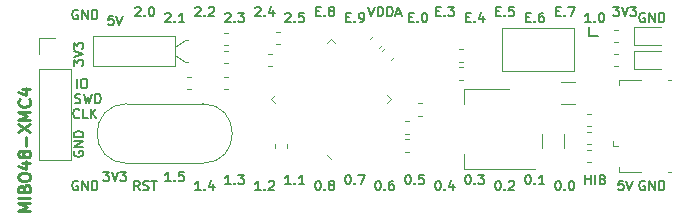
<source format=gto>
G04 #@! TF.GenerationSoftware,KiCad,Pcbnew,(5.0.2)-1*
G04 #@! TF.CreationDate,2019-03-28T08:34:28+01:00*
G04 #@! TF.ProjectId,mibo48_xmc4,6d69626f-3438-45f7-986d-63342e6b6963,rev?*
G04 #@! TF.SameCoordinates,PX7a53eb0PY5ad6650*
G04 #@! TF.FileFunction,Legend,Top*
G04 #@! TF.FilePolarity,Positive*
%FSLAX46Y46*%
G04 Gerber Fmt 4.6, Leading zero omitted, Abs format (unit mm)*
G04 Created by KiCad (PCBNEW (5.0.2)-1) date 2019-03-28 08:34:28*
%MOMM*%
%LPD*%
G01*
G04 APERTURE LIST*
%ADD10C,0.250000*%
%ADD11C,0.200000*%
%ADD12C,0.120000*%
G04 APERTURE END LIST*
D10*
X1722380Y-19668476D02*
X722380Y-19668476D01*
X1436666Y-19335142D01*
X722380Y-19001809D01*
X1722380Y-19001809D01*
X1722380Y-18525619D02*
X722380Y-18525619D01*
X1198571Y-17716095D02*
X1246190Y-17573238D01*
X1293809Y-17525619D01*
X1389047Y-17478000D01*
X1531904Y-17478000D01*
X1627142Y-17525619D01*
X1674761Y-17573238D01*
X1722380Y-17668476D01*
X1722380Y-18049428D01*
X722380Y-18049428D01*
X722380Y-17716095D01*
X770000Y-17620857D01*
X817619Y-17573238D01*
X912857Y-17525619D01*
X1008095Y-17525619D01*
X1103333Y-17573238D01*
X1150952Y-17620857D01*
X1198571Y-17716095D01*
X1198571Y-18049428D01*
X722380Y-16858952D02*
X722380Y-16668476D01*
X770000Y-16573238D01*
X865238Y-16478000D01*
X1055714Y-16430380D01*
X1389047Y-16430380D01*
X1579523Y-16478000D01*
X1674761Y-16573238D01*
X1722380Y-16668476D01*
X1722380Y-16858952D01*
X1674761Y-16954190D01*
X1579523Y-17049428D01*
X1389047Y-17097047D01*
X1055714Y-17097047D01*
X865238Y-17049428D01*
X770000Y-16954190D01*
X722380Y-16858952D01*
X1055714Y-15573238D02*
X1722380Y-15573238D01*
X674761Y-15811333D02*
X1389047Y-16049428D01*
X1389047Y-15430380D01*
X1150952Y-14906571D02*
X1103333Y-15001809D01*
X1055714Y-15049428D01*
X960476Y-15097047D01*
X912857Y-15097047D01*
X817619Y-15049428D01*
X770000Y-15001809D01*
X722380Y-14906571D01*
X722380Y-14716095D01*
X770000Y-14620857D01*
X817619Y-14573238D01*
X912857Y-14525619D01*
X960476Y-14525619D01*
X1055714Y-14573238D01*
X1103333Y-14620857D01*
X1150952Y-14716095D01*
X1150952Y-14906571D01*
X1198571Y-15001809D01*
X1246190Y-15049428D01*
X1341428Y-15097047D01*
X1531904Y-15097047D01*
X1627142Y-15049428D01*
X1674761Y-15001809D01*
X1722380Y-14906571D01*
X1722380Y-14716095D01*
X1674761Y-14620857D01*
X1627142Y-14573238D01*
X1531904Y-14525619D01*
X1341428Y-14525619D01*
X1246190Y-14573238D01*
X1198571Y-14620857D01*
X1150952Y-14716095D01*
X1341428Y-14097047D02*
X1341428Y-13335142D01*
X722380Y-12954190D02*
X1722380Y-12287523D01*
X722380Y-12287523D02*
X1722380Y-12954190D01*
X1722380Y-11906571D02*
X722380Y-11906571D01*
X1436666Y-11573238D01*
X722380Y-11239904D01*
X1722380Y-11239904D01*
X1627142Y-10192285D02*
X1674761Y-10239904D01*
X1722380Y-10382761D01*
X1722380Y-10478000D01*
X1674761Y-10620857D01*
X1579523Y-10716095D01*
X1484285Y-10763714D01*
X1293809Y-10811333D01*
X1150952Y-10811333D01*
X960476Y-10763714D01*
X865238Y-10716095D01*
X770000Y-10620857D01*
X722380Y-10478000D01*
X722380Y-10382761D01*
X770000Y-10239904D01*
X817619Y-10192285D01*
X1055714Y-9335142D02*
X1722380Y-9335142D01*
X674761Y-9573238D02*
X1389047Y-9811333D01*
X1389047Y-9192285D01*
D11*
X49022000Y-4826000D02*
X49784000Y-4826000D01*
X49022000Y-4064000D02*
X49022000Y-4826000D01*
X15710000Y-2432095D02*
X15748095Y-2394000D01*
X15824285Y-2355904D01*
X16014761Y-2355904D01*
X16090952Y-2394000D01*
X16129047Y-2432095D01*
X16167142Y-2508285D01*
X16167142Y-2584476D01*
X16129047Y-2698761D01*
X15671904Y-3155904D01*
X16167142Y-3155904D01*
X16510000Y-3079714D02*
X16548095Y-3117809D01*
X16510000Y-3155904D01*
X16471904Y-3117809D01*
X16510000Y-3079714D01*
X16510000Y-3155904D01*
X16852857Y-2432095D02*
X16890952Y-2394000D01*
X16967142Y-2355904D01*
X17157619Y-2355904D01*
X17233809Y-2394000D01*
X17271904Y-2432095D01*
X17310000Y-2508285D01*
X17310000Y-2584476D01*
X17271904Y-2698761D01*
X16814761Y-3155904D01*
X17310000Y-3155904D01*
X23330000Y-2940095D02*
X23368095Y-2902000D01*
X23444285Y-2863904D01*
X23634761Y-2863904D01*
X23710952Y-2902000D01*
X23749047Y-2940095D01*
X23787142Y-3016285D01*
X23787142Y-3092476D01*
X23749047Y-3206761D01*
X23291904Y-3663904D01*
X23787142Y-3663904D01*
X24130000Y-3587714D02*
X24168095Y-3625809D01*
X24130000Y-3663904D01*
X24091904Y-3625809D01*
X24130000Y-3587714D01*
X24130000Y-3663904D01*
X24891904Y-2863904D02*
X24510952Y-2863904D01*
X24472857Y-3244857D01*
X24510952Y-3206761D01*
X24587142Y-3168666D01*
X24777619Y-3168666D01*
X24853809Y-3206761D01*
X24891904Y-3244857D01*
X24930000Y-3321047D01*
X24930000Y-3511523D01*
X24891904Y-3587714D01*
X24853809Y-3625809D01*
X24777619Y-3663904D01*
X24587142Y-3663904D01*
X24510952Y-3625809D01*
X24472857Y-3587714D01*
X25927142Y-2736857D02*
X26193809Y-2736857D01*
X26308095Y-3155904D02*
X25927142Y-3155904D01*
X25927142Y-2355904D01*
X26308095Y-2355904D01*
X26650952Y-3079714D02*
X26689047Y-3117809D01*
X26650952Y-3155904D01*
X26612857Y-3117809D01*
X26650952Y-3079714D01*
X26650952Y-3155904D01*
X27146190Y-2698761D02*
X27070000Y-2660666D01*
X27031904Y-2622571D01*
X26993809Y-2546380D01*
X26993809Y-2508285D01*
X27031904Y-2432095D01*
X27070000Y-2394000D01*
X27146190Y-2355904D01*
X27298571Y-2355904D01*
X27374761Y-2394000D01*
X27412857Y-2432095D01*
X27450952Y-2508285D01*
X27450952Y-2546380D01*
X27412857Y-2622571D01*
X27374761Y-2660666D01*
X27298571Y-2698761D01*
X27146190Y-2698761D01*
X27070000Y-2736857D01*
X27031904Y-2774952D01*
X26993809Y-2851142D01*
X26993809Y-3003523D01*
X27031904Y-3079714D01*
X27070000Y-3117809D01*
X27146190Y-3155904D01*
X27298571Y-3155904D01*
X27374761Y-3117809D01*
X27412857Y-3079714D01*
X27450952Y-3003523D01*
X27450952Y-2851142D01*
X27412857Y-2774952D01*
X27374761Y-2736857D01*
X27298571Y-2698761D01*
X18250000Y-2940095D02*
X18288095Y-2902000D01*
X18364285Y-2863904D01*
X18554761Y-2863904D01*
X18630952Y-2902000D01*
X18669047Y-2940095D01*
X18707142Y-3016285D01*
X18707142Y-3092476D01*
X18669047Y-3206761D01*
X18211904Y-3663904D01*
X18707142Y-3663904D01*
X19050000Y-3587714D02*
X19088095Y-3625809D01*
X19050000Y-3663904D01*
X19011904Y-3625809D01*
X19050000Y-3587714D01*
X19050000Y-3663904D01*
X19354761Y-2863904D02*
X19850000Y-2863904D01*
X19583333Y-3168666D01*
X19697619Y-3168666D01*
X19773809Y-3206761D01*
X19811904Y-3244857D01*
X19850000Y-3321047D01*
X19850000Y-3511523D01*
X19811904Y-3587714D01*
X19773809Y-3625809D01*
X19697619Y-3663904D01*
X19469047Y-3663904D01*
X19392857Y-3625809D01*
X19354761Y-3587714D01*
X28467142Y-3244857D02*
X28733809Y-3244857D01*
X28848095Y-3663904D02*
X28467142Y-3663904D01*
X28467142Y-2863904D01*
X28848095Y-2863904D01*
X29190952Y-3587714D02*
X29229047Y-3625809D01*
X29190952Y-3663904D01*
X29152857Y-3625809D01*
X29190952Y-3587714D01*
X29190952Y-3663904D01*
X29610000Y-3663904D02*
X29762380Y-3663904D01*
X29838571Y-3625809D01*
X29876666Y-3587714D01*
X29952857Y-3473428D01*
X29990952Y-3321047D01*
X29990952Y-3016285D01*
X29952857Y-2940095D01*
X29914761Y-2902000D01*
X29838571Y-2863904D01*
X29686190Y-2863904D01*
X29610000Y-2902000D01*
X29571904Y-2940095D01*
X29533809Y-3016285D01*
X29533809Y-3206761D01*
X29571904Y-3282952D01*
X29610000Y-3321047D01*
X29686190Y-3359142D01*
X29838571Y-3359142D01*
X29914761Y-3321047D01*
X29952857Y-3282952D01*
X29990952Y-3206761D01*
X20790000Y-2432095D02*
X20828095Y-2394000D01*
X20904285Y-2355904D01*
X21094761Y-2355904D01*
X21170952Y-2394000D01*
X21209047Y-2432095D01*
X21247142Y-2508285D01*
X21247142Y-2584476D01*
X21209047Y-2698761D01*
X20751904Y-3155904D01*
X21247142Y-3155904D01*
X21590000Y-3079714D02*
X21628095Y-3117809D01*
X21590000Y-3155904D01*
X21551904Y-3117809D01*
X21590000Y-3079714D01*
X21590000Y-3155904D01*
X22313809Y-2622571D02*
X22313809Y-3155904D01*
X22123333Y-2317809D02*
X21932857Y-2889238D01*
X22428095Y-2889238D01*
X13170000Y-2940095D02*
X13208095Y-2902000D01*
X13284285Y-2863904D01*
X13474761Y-2863904D01*
X13550952Y-2902000D01*
X13589047Y-2940095D01*
X13627142Y-3016285D01*
X13627142Y-3092476D01*
X13589047Y-3206761D01*
X13131904Y-3663904D01*
X13627142Y-3663904D01*
X13970000Y-3587714D02*
X14008095Y-3625809D01*
X13970000Y-3663904D01*
X13931904Y-3625809D01*
X13970000Y-3587714D01*
X13970000Y-3663904D01*
X14770000Y-3663904D02*
X14312857Y-3663904D01*
X14541428Y-3663904D02*
X14541428Y-2863904D01*
X14465238Y-2978190D01*
X14389047Y-3054380D01*
X14312857Y-3092476D01*
X10630000Y-2432095D02*
X10668095Y-2394000D01*
X10744285Y-2355904D01*
X10934761Y-2355904D01*
X11010952Y-2394000D01*
X11049047Y-2432095D01*
X11087142Y-2508285D01*
X11087142Y-2584476D01*
X11049047Y-2698761D01*
X10591904Y-3155904D01*
X11087142Y-3155904D01*
X11430000Y-3079714D02*
X11468095Y-3117809D01*
X11430000Y-3155904D01*
X11391904Y-3117809D01*
X11430000Y-3079714D01*
X11430000Y-3155904D01*
X11963333Y-2355904D02*
X12039523Y-2355904D01*
X12115714Y-2394000D01*
X12153809Y-2432095D01*
X12191904Y-2508285D01*
X12230000Y-2660666D01*
X12230000Y-2851142D01*
X12191904Y-3003523D01*
X12153809Y-3079714D01*
X12115714Y-3117809D01*
X12039523Y-3155904D01*
X11963333Y-3155904D01*
X11887142Y-3117809D01*
X11849047Y-3079714D01*
X11810952Y-3003523D01*
X11772857Y-2851142D01*
X11772857Y-2660666D01*
X11810952Y-2508285D01*
X11849047Y-2432095D01*
X11887142Y-2394000D01*
X11963333Y-2355904D01*
X46247142Y-2736857D02*
X46513809Y-2736857D01*
X46628095Y-3155904D02*
X46247142Y-3155904D01*
X46247142Y-2355904D01*
X46628095Y-2355904D01*
X46970952Y-3079714D02*
X47009047Y-3117809D01*
X46970952Y-3155904D01*
X46932857Y-3117809D01*
X46970952Y-3079714D01*
X46970952Y-3155904D01*
X47275714Y-2355904D02*
X47809047Y-2355904D01*
X47466190Y-3155904D01*
X49187142Y-3663904D02*
X48730000Y-3663904D01*
X48958571Y-3663904D02*
X48958571Y-2863904D01*
X48882380Y-2978190D01*
X48806190Y-3054380D01*
X48730000Y-3092476D01*
X49530000Y-3587714D02*
X49568095Y-3625809D01*
X49530000Y-3663904D01*
X49491904Y-3625809D01*
X49530000Y-3587714D01*
X49530000Y-3663904D01*
X50063333Y-2863904D02*
X50139523Y-2863904D01*
X50215714Y-2902000D01*
X50253809Y-2940095D01*
X50291904Y-3016285D01*
X50330000Y-3168666D01*
X50330000Y-3359142D01*
X50291904Y-3511523D01*
X50253809Y-3587714D01*
X50215714Y-3625809D01*
X50139523Y-3663904D01*
X50063333Y-3663904D01*
X49987142Y-3625809D01*
X49949047Y-3587714D01*
X49910952Y-3511523D01*
X49872857Y-3359142D01*
X49872857Y-3168666D01*
X49910952Y-3016285D01*
X49949047Y-2940095D01*
X49987142Y-2902000D01*
X50063333Y-2863904D01*
X38627142Y-3244857D02*
X38893809Y-3244857D01*
X39008095Y-3663904D02*
X38627142Y-3663904D01*
X38627142Y-2863904D01*
X39008095Y-2863904D01*
X39350952Y-3587714D02*
X39389047Y-3625809D01*
X39350952Y-3663904D01*
X39312857Y-3625809D01*
X39350952Y-3587714D01*
X39350952Y-3663904D01*
X40074761Y-3130571D02*
X40074761Y-3663904D01*
X39884285Y-2825809D02*
X39693809Y-3397238D01*
X40189047Y-3397238D01*
X43707142Y-3244857D02*
X43973809Y-3244857D01*
X44088095Y-3663904D02*
X43707142Y-3663904D01*
X43707142Y-2863904D01*
X44088095Y-2863904D01*
X44430952Y-3587714D02*
X44469047Y-3625809D01*
X44430952Y-3663904D01*
X44392857Y-3625809D01*
X44430952Y-3587714D01*
X44430952Y-3663904D01*
X45154761Y-2863904D02*
X45002380Y-2863904D01*
X44926190Y-2902000D01*
X44888095Y-2940095D01*
X44811904Y-3054380D01*
X44773809Y-3206761D01*
X44773809Y-3511523D01*
X44811904Y-3587714D01*
X44850000Y-3625809D01*
X44926190Y-3663904D01*
X45078571Y-3663904D01*
X45154761Y-3625809D01*
X45192857Y-3587714D01*
X45230952Y-3511523D01*
X45230952Y-3321047D01*
X45192857Y-3244857D01*
X45154761Y-3206761D01*
X45078571Y-3168666D01*
X44926190Y-3168666D01*
X44850000Y-3206761D01*
X44811904Y-3244857D01*
X44773809Y-3321047D01*
X41167142Y-2736857D02*
X41433809Y-2736857D01*
X41548095Y-3155904D02*
X41167142Y-3155904D01*
X41167142Y-2355904D01*
X41548095Y-2355904D01*
X41890952Y-3079714D02*
X41929047Y-3117809D01*
X41890952Y-3155904D01*
X41852857Y-3117809D01*
X41890952Y-3079714D01*
X41890952Y-3155904D01*
X42652857Y-2355904D02*
X42271904Y-2355904D01*
X42233809Y-2736857D01*
X42271904Y-2698761D01*
X42348095Y-2660666D01*
X42538571Y-2660666D01*
X42614761Y-2698761D01*
X42652857Y-2736857D01*
X42690952Y-2813047D01*
X42690952Y-3003523D01*
X42652857Y-3079714D01*
X42614761Y-3117809D01*
X42538571Y-3155904D01*
X42348095Y-3155904D01*
X42271904Y-3117809D01*
X42233809Y-3079714D01*
X36087142Y-2736857D02*
X36353809Y-2736857D01*
X36468095Y-3155904D02*
X36087142Y-3155904D01*
X36087142Y-2355904D01*
X36468095Y-2355904D01*
X36810952Y-3079714D02*
X36849047Y-3117809D01*
X36810952Y-3155904D01*
X36772857Y-3117809D01*
X36810952Y-3079714D01*
X36810952Y-3155904D01*
X37115714Y-2355904D02*
X37610952Y-2355904D01*
X37344285Y-2660666D01*
X37458571Y-2660666D01*
X37534761Y-2698761D01*
X37572857Y-2736857D01*
X37610952Y-2813047D01*
X37610952Y-3003523D01*
X37572857Y-3079714D01*
X37534761Y-3117809D01*
X37458571Y-3155904D01*
X37230000Y-3155904D01*
X37153809Y-3117809D01*
X37115714Y-3079714D01*
X30340476Y-2355904D02*
X30607142Y-3155904D01*
X30873809Y-2355904D01*
X31140476Y-3155904D02*
X31140476Y-2355904D01*
X31330952Y-2355904D01*
X31445238Y-2394000D01*
X31521428Y-2470190D01*
X31559523Y-2546380D01*
X31597619Y-2698761D01*
X31597619Y-2813047D01*
X31559523Y-2965428D01*
X31521428Y-3041619D01*
X31445238Y-3117809D01*
X31330952Y-3155904D01*
X31140476Y-3155904D01*
X31940476Y-3155904D02*
X31940476Y-2355904D01*
X32130952Y-2355904D01*
X32245238Y-2394000D01*
X32321428Y-2470190D01*
X32359523Y-2546380D01*
X32397619Y-2698761D01*
X32397619Y-2813047D01*
X32359523Y-2965428D01*
X32321428Y-3041619D01*
X32245238Y-3117809D01*
X32130952Y-3155904D01*
X31940476Y-3155904D01*
X32702380Y-2927333D02*
X33083333Y-2927333D01*
X32626190Y-3155904D02*
X32892857Y-2355904D01*
X33159523Y-3155904D01*
X33801142Y-3244857D02*
X34067809Y-3244857D01*
X34182095Y-3663904D02*
X33801142Y-3663904D01*
X33801142Y-2863904D01*
X34182095Y-2863904D01*
X34524952Y-3587714D02*
X34563047Y-3625809D01*
X34524952Y-3663904D01*
X34486857Y-3625809D01*
X34524952Y-3587714D01*
X34524952Y-3663904D01*
X35058285Y-2863904D02*
X35134476Y-2863904D01*
X35210666Y-2902000D01*
X35248761Y-2940095D01*
X35286857Y-3016285D01*
X35324952Y-3168666D01*
X35324952Y-3359142D01*
X35286857Y-3511523D01*
X35248761Y-3587714D01*
X35210666Y-3625809D01*
X35134476Y-3663904D01*
X35058285Y-3663904D01*
X34982095Y-3625809D01*
X34944000Y-3587714D01*
X34905904Y-3511523D01*
X34867809Y-3359142D01*
X34867809Y-3168666D01*
X34905904Y-3016285D01*
X34944000Y-2940095D01*
X34982095Y-2902000D01*
X35058285Y-2863904D01*
X48710952Y-17379904D02*
X48710952Y-16579904D01*
X48710952Y-16960857D02*
X49168095Y-16960857D01*
X49168095Y-17379904D02*
X49168095Y-16579904D01*
X49549047Y-17379904D02*
X49549047Y-16579904D01*
X50196666Y-16960857D02*
X50310952Y-16998952D01*
X50349047Y-17037047D01*
X50387142Y-17113238D01*
X50387142Y-17227523D01*
X50349047Y-17303714D01*
X50310952Y-17341809D01*
X50234761Y-17379904D01*
X49930000Y-17379904D01*
X49930000Y-16579904D01*
X50196666Y-16579904D01*
X50272857Y-16618000D01*
X50310952Y-16656095D01*
X50349047Y-16732285D01*
X50349047Y-16808476D01*
X50310952Y-16884666D01*
X50272857Y-16922761D01*
X50196666Y-16960857D01*
X49930000Y-16960857D01*
X46380476Y-17087904D02*
X46456666Y-17087904D01*
X46532857Y-17126000D01*
X46570952Y-17164095D01*
X46609047Y-17240285D01*
X46647142Y-17392666D01*
X46647142Y-17583142D01*
X46609047Y-17735523D01*
X46570952Y-17811714D01*
X46532857Y-17849809D01*
X46456666Y-17887904D01*
X46380476Y-17887904D01*
X46304285Y-17849809D01*
X46266190Y-17811714D01*
X46228095Y-17735523D01*
X46190000Y-17583142D01*
X46190000Y-17392666D01*
X46228095Y-17240285D01*
X46266190Y-17164095D01*
X46304285Y-17126000D01*
X46380476Y-17087904D01*
X46990000Y-17811714D02*
X47028095Y-17849809D01*
X46990000Y-17887904D01*
X46951904Y-17849809D01*
X46990000Y-17811714D01*
X46990000Y-17887904D01*
X47523333Y-17087904D02*
X47599523Y-17087904D01*
X47675714Y-17126000D01*
X47713809Y-17164095D01*
X47751904Y-17240285D01*
X47790000Y-17392666D01*
X47790000Y-17583142D01*
X47751904Y-17735523D01*
X47713809Y-17811714D01*
X47675714Y-17849809D01*
X47599523Y-17887904D01*
X47523333Y-17887904D01*
X47447142Y-17849809D01*
X47409047Y-17811714D01*
X47370952Y-17735523D01*
X47332857Y-17583142D01*
X47332857Y-17392666D01*
X47370952Y-17240285D01*
X47409047Y-17164095D01*
X47447142Y-17126000D01*
X47523333Y-17087904D01*
X43840476Y-16579904D02*
X43916666Y-16579904D01*
X43992857Y-16618000D01*
X44030952Y-16656095D01*
X44069047Y-16732285D01*
X44107142Y-16884666D01*
X44107142Y-17075142D01*
X44069047Y-17227523D01*
X44030952Y-17303714D01*
X43992857Y-17341809D01*
X43916666Y-17379904D01*
X43840476Y-17379904D01*
X43764285Y-17341809D01*
X43726190Y-17303714D01*
X43688095Y-17227523D01*
X43650000Y-17075142D01*
X43650000Y-16884666D01*
X43688095Y-16732285D01*
X43726190Y-16656095D01*
X43764285Y-16618000D01*
X43840476Y-16579904D01*
X44450000Y-17303714D02*
X44488095Y-17341809D01*
X44450000Y-17379904D01*
X44411904Y-17341809D01*
X44450000Y-17303714D01*
X44450000Y-17379904D01*
X45250000Y-17379904D02*
X44792857Y-17379904D01*
X45021428Y-17379904D02*
X45021428Y-16579904D01*
X44945238Y-16694190D01*
X44869047Y-16770380D01*
X44792857Y-16808476D01*
X41300476Y-17087904D02*
X41376666Y-17087904D01*
X41452857Y-17126000D01*
X41490952Y-17164095D01*
X41529047Y-17240285D01*
X41567142Y-17392666D01*
X41567142Y-17583142D01*
X41529047Y-17735523D01*
X41490952Y-17811714D01*
X41452857Y-17849809D01*
X41376666Y-17887904D01*
X41300476Y-17887904D01*
X41224285Y-17849809D01*
X41186190Y-17811714D01*
X41148095Y-17735523D01*
X41110000Y-17583142D01*
X41110000Y-17392666D01*
X41148095Y-17240285D01*
X41186190Y-17164095D01*
X41224285Y-17126000D01*
X41300476Y-17087904D01*
X41910000Y-17811714D02*
X41948095Y-17849809D01*
X41910000Y-17887904D01*
X41871904Y-17849809D01*
X41910000Y-17811714D01*
X41910000Y-17887904D01*
X42252857Y-17164095D02*
X42290952Y-17126000D01*
X42367142Y-17087904D01*
X42557619Y-17087904D01*
X42633809Y-17126000D01*
X42671904Y-17164095D01*
X42710000Y-17240285D01*
X42710000Y-17316476D01*
X42671904Y-17430761D01*
X42214761Y-17887904D01*
X42710000Y-17887904D01*
X38760476Y-16579904D02*
X38836666Y-16579904D01*
X38912857Y-16618000D01*
X38950952Y-16656095D01*
X38989047Y-16732285D01*
X39027142Y-16884666D01*
X39027142Y-17075142D01*
X38989047Y-17227523D01*
X38950952Y-17303714D01*
X38912857Y-17341809D01*
X38836666Y-17379904D01*
X38760476Y-17379904D01*
X38684285Y-17341809D01*
X38646190Y-17303714D01*
X38608095Y-17227523D01*
X38570000Y-17075142D01*
X38570000Y-16884666D01*
X38608095Y-16732285D01*
X38646190Y-16656095D01*
X38684285Y-16618000D01*
X38760476Y-16579904D01*
X39370000Y-17303714D02*
X39408095Y-17341809D01*
X39370000Y-17379904D01*
X39331904Y-17341809D01*
X39370000Y-17303714D01*
X39370000Y-17379904D01*
X39674761Y-16579904D02*
X40170000Y-16579904D01*
X39903333Y-16884666D01*
X40017619Y-16884666D01*
X40093809Y-16922761D01*
X40131904Y-16960857D01*
X40170000Y-17037047D01*
X40170000Y-17227523D01*
X40131904Y-17303714D01*
X40093809Y-17341809D01*
X40017619Y-17379904D01*
X39789047Y-17379904D01*
X39712857Y-17341809D01*
X39674761Y-17303714D01*
X33680476Y-16579904D02*
X33756666Y-16579904D01*
X33832857Y-16618000D01*
X33870952Y-16656095D01*
X33909047Y-16732285D01*
X33947142Y-16884666D01*
X33947142Y-17075142D01*
X33909047Y-17227523D01*
X33870952Y-17303714D01*
X33832857Y-17341809D01*
X33756666Y-17379904D01*
X33680476Y-17379904D01*
X33604285Y-17341809D01*
X33566190Y-17303714D01*
X33528095Y-17227523D01*
X33490000Y-17075142D01*
X33490000Y-16884666D01*
X33528095Y-16732285D01*
X33566190Y-16656095D01*
X33604285Y-16618000D01*
X33680476Y-16579904D01*
X34290000Y-17303714D02*
X34328095Y-17341809D01*
X34290000Y-17379904D01*
X34251904Y-17341809D01*
X34290000Y-17303714D01*
X34290000Y-17379904D01*
X35051904Y-16579904D02*
X34670952Y-16579904D01*
X34632857Y-16960857D01*
X34670952Y-16922761D01*
X34747142Y-16884666D01*
X34937619Y-16884666D01*
X35013809Y-16922761D01*
X35051904Y-16960857D01*
X35090000Y-17037047D01*
X35090000Y-17227523D01*
X35051904Y-17303714D01*
X35013809Y-17341809D01*
X34937619Y-17379904D01*
X34747142Y-17379904D01*
X34670952Y-17341809D01*
X34632857Y-17303714D01*
X36220476Y-17087904D02*
X36296666Y-17087904D01*
X36372857Y-17126000D01*
X36410952Y-17164095D01*
X36449047Y-17240285D01*
X36487142Y-17392666D01*
X36487142Y-17583142D01*
X36449047Y-17735523D01*
X36410952Y-17811714D01*
X36372857Y-17849809D01*
X36296666Y-17887904D01*
X36220476Y-17887904D01*
X36144285Y-17849809D01*
X36106190Y-17811714D01*
X36068095Y-17735523D01*
X36030000Y-17583142D01*
X36030000Y-17392666D01*
X36068095Y-17240285D01*
X36106190Y-17164095D01*
X36144285Y-17126000D01*
X36220476Y-17087904D01*
X36830000Y-17811714D02*
X36868095Y-17849809D01*
X36830000Y-17887904D01*
X36791904Y-17849809D01*
X36830000Y-17811714D01*
X36830000Y-17887904D01*
X37553809Y-17354571D02*
X37553809Y-17887904D01*
X37363333Y-17049809D02*
X37172857Y-17621238D01*
X37668095Y-17621238D01*
X26060476Y-17087904D02*
X26136666Y-17087904D01*
X26212857Y-17126000D01*
X26250952Y-17164095D01*
X26289047Y-17240285D01*
X26327142Y-17392666D01*
X26327142Y-17583142D01*
X26289047Y-17735523D01*
X26250952Y-17811714D01*
X26212857Y-17849809D01*
X26136666Y-17887904D01*
X26060476Y-17887904D01*
X25984285Y-17849809D01*
X25946190Y-17811714D01*
X25908095Y-17735523D01*
X25870000Y-17583142D01*
X25870000Y-17392666D01*
X25908095Y-17240285D01*
X25946190Y-17164095D01*
X25984285Y-17126000D01*
X26060476Y-17087904D01*
X26670000Y-17811714D02*
X26708095Y-17849809D01*
X26670000Y-17887904D01*
X26631904Y-17849809D01*
X26670000Y-17811714D01*
X26670000Y-17887904D01*
X27165238Y-17430761D02*
X27089047Y-17392666D01*
X27050952Y-17354571D01*
X27012857Y-17278380D01*
X27012857Y-17240285D01*
X27050952Y-17164095D01*
X27089047Y-17126000D01*
X27165238Y-17087904D01*
X27317619Y-17087904D01*
X27393809Y-17126000D01*
X27431904Y-17164095D01*
X27470000Y-17240285D01*
X27470000Y-17278380D01*
X27431904Y-17354571D01*
X27393809Y-17392666D01*
X27317619Y-17430761D01*
X27165238Y-17430761D01*
X27089047Y-17468857D01*
X27050952Y-17506952D01*
X27012857Y-17583142D01*
X27012857Y-17735523D01*
X27050952Y-17811714D01*
X27089047Y-17849809D01*
X27165238Y-17887904D01*
X27317619Y-17887904D01*
X27393809Y-17849809D01*
X27431904Y-17811714D01*
X27470000Y-17735523D01*
X27470000Y-17583142D01*
X27431904Y-17506952D01*
X27393809Y-17468857D01*
X27317619Y-17430761D01*
X31140476Y-17087904D02*
X31216666Y-17087904D01*
X31292857Y-17126000D01*
X31330952Y-17164095D01*
X31369047Y-17240285D01*
X31407142Y-17392666D01*
X31407142Y-17583142D01*
X31369047Y-17735523D01*
X31330952Y-17811714D01*
X31292857Y-17849809D01*
X31216666Y-17887904D01*
X31140476Y-17887904D01*
X31064285Y-17849809D01*
X31026190Y-17811714D01*
X30988095Y-17735523D01*
X30950000Y-17583142D01*
X30950000Y-17392666D01*
X30988095Y-17240285D01*
X31026190Y-17164095D01*
X31064285Y-17126000D01*
X31140476Y-17087904D01*
X31750000Y-17811714D02*
X31788095Y-17849809D01*
X31750000Y-17887904D01*
X31711904Y-17849809D01*
X31750000Y-17811714D01*
X31750000Y-17887904D01*
X32473809Y-17087904D02*
X32321428Y-17087904D01*
X32245238Y-17126000D01*
X32207142Y-17164095D01*
X32130952Y-17278380D01*
X32092857Y-17430761D01*
X32092857Y-17735523D01*
X32130952Y-17811714D01*
X32169047Y-17849809D01*
X32245238Y-17887904D01*
X32397619Y-17887904D01*
X32473809Y-17849809D01*
X32511904Y-17811714D01*
X32550000Y-17735523D01*
X32550000Y-17545047D01*
X32511904Y-17468857D01*
X32473809Y-17430761D01*
X32397619Y-17392666D01*
X32245238Y-17392666D01*
X32169047Y-17430761D01*
X32130952Y-17468857D01*
X32092857Y-17545047D01*
X28600476Y-16579904D02*
X28676666Y-16579904D01*
X28752857Y-16618000D01*
X28790952Y-16656095D01*
X28829047Y-16732285D01*
X28867142Y-16884666D01*
X28867142Y-17075142D01*
X28829047Y-17227523D01*
X28790952Y-17303714D01*
X28752857Y-17341809D01*
X28676666Y-17379904D01*
X28600476Y-17379904D01*
X28524285Y-17341809D01*
X28486190Y-17303714D01*
X28448095Y-17227523D01*
X28410000Y-17075142D01*
X28410000Y-16884666D01*
X28448095Y-16732285D01*
X28486190Y-16656095D01*
X28524285Y-16618000D01*
X28600476Y-16579904D01*
X29210000Y-17303714D02*
X29248095Y-17341809D01*
X29210000Y-17379904D01*
X29171904Y-17341809D01*
X29210000Y-17303714D01*
X29210000Y-17379904D01*
X29514761Y-16579904D02*
X30048095Y-16579904D01*
X29705238Y-17379904D01*
X18707142Y-17379904D02*
X18250000Y-17379904D01*
X18478571Y-17379904D02*
X18478571Y-16579904D01*
X18402380Y-16694190D01*
X18326190Y-16770380D01*
X18250000Y-16808476D01*
X19050000Y-17303714D02*
X19088095Y-17341809D01*
X19050000Y-17379904D01*
X19011904Y-17341809D01*
X19050000Y-17303714D01*
X19050000Y-17379904D01*
X19354761Y-16579904D02*
X19850000Y-16579904D01*
X19583333Y-16884666D01*
X19697619Y-16884666D01*
X19773809Y-16922761D01*
X19811904Y-16960857D01*
X19850000Y-17037047D01*
X19850000Y-17227523D01*
X19811904Y-17303714D01*
X19773809Y-17341809D01*
X19697619Y-17379904D01*
X19469047Y-17379904D01*
X19392857Y-17341809D01*
X19354761Y-17303714D01*
X23787142Y-17379904D02*
X23330000Y-17379904D01*
X23558571Y-17379904D02*
X23558571Y-16579904D01*
X23482380Y-16694190D01*
X23406190Y-16770380D01*
X23330000Y-16808476D01*
X24130000Y-17303714D02*
X24168095Y-17341809D01*
X24130000Y-17379904D01*
X24091904Y-17341809D01*
X24130000Y-17303714D01*
X24130000Y-17379904D01*
X24930000Y-17379904D02*
X24472857Y-17379904D01*
X24701428Y-17379904D02*
X24701428Y-16579904D01*
X24625238Y-16694190D01*
X24549047Y-16770380D01*
X24472857Y-16808476D01*
X21247142Y-17887904D02*
X20790000Y-17887904D01*
X21018571Y-17887904D02*
X21018571Y-17087904D01*
X20942380Y-17202190D01*
X20866190Y-17278380D01*
X20790000Y-17316476D01*
X21590000Y-17811714D02*
X21628095Y-17849809D01*
X21590000Y-17887904D01*
X21551904Y-17849809D01*
X21590000Y-17811714D01*
X21590000Y-17887904D01*
X21932857Y-17164095D02*
X21970952Y-17126000D01*
X22047142Y-17087904D01*
X22237619Y-17087904D01*
X22313809Y-17126000D01*
X22351904Y-17164095D01*
X22390000Y-17240285D01*
X22390000Y-17316476D01*
X22351904Y-17430761D01*
X21894761Y-17887904D01*
X22390000Y-17887904D01*
X16167142Y-17887904D02*
X15710000Y-17887904D01*
X15938571Y-17887904D02*
X15938571Y-17087904D01*
X15862380Y-17202190D01*
X15786190Y-17278380D01*
X15710000Y-17316476D01*
X16510000Y-17811714D02*
X16548095Y-17849809D01*
X16510000Y-17887904D01*
X16471904Y-17849809D01*
X16510000Y-17811714D01*
X16510000Y-17887904D01*
X17233809Y-17354571D02*
X17233809Y-17887904D01*
X17043333Y-17049809D02*
X16852857Y-17621238D01*
X17348095Y-17621238D01*
X13627142Y-17125904D02*
X13170000Y-17125904D01*
X13398571Y-17125904D02*
X13398571Y-16325904D01*
X13322380Y-16440190D01*
X13246190Y-16516380D01*
X13170000Y-16554476D01*
X13970000Y-17049714D02*
X14008095Y-17087809D01*
X13970000Y-17125904D01*
X13931904Y-17087809D01*
X13970000Y-17049714D01*
X13970000Y-17125904D01*
X14731904Y-16325904D02*
X14350952Y-16325904D01*
X14312857Y-16706857D01*
X14350952Y-16668761D01*
X14427142Y-16630666D01*
X14617619Y-16630666D01*
X14693809Y-16668761D01*
X14731904Y-16706857D01*
X14770000Y-16783047D01*
X14770000Y-16973523D01*
X14731904Y-17049714D01*
X14693809Y-17087809D01*
X14617619Y-17125904D01*
X14427142Y-17125904D01*
X14350952Y-17087809D01*
X14312857Y-17049714D01*
X10991904Y-17887904D02*
X10725238Y-17506952D01*
X10534761Y-17887904D02*
X10534761Y-17087904D01*
X10839523Y-17087904D01*
X10915714Y-17126000D01*
X10953809Y-17164095D01*
X10991904Y-17240285D01*
X10991904Y-17354571D01*
X10953809Y-17430761D01*
X10915714Y-17468857D01*
X10839523Y-17506952D01*
X10534761Y-17506952D01*
X11296666Y-17849809D02*
X11410952Y-17887904D01*
X11601428Y-17887904D01*
X11677619Y-17849809D01*
X11715714Y-17811714D01*
X11753809Y-17735523D01*
X11753809Y-17659333D01*
X11715714Y-17583142D01*
X11677619Y-17545047D01*
X11601428Y-17506952D01*
X11449047Y-17468857D01*
X11372857Y-17430761D01*
X11334761Y-17392666D01*
X11296666Y-17316476D01*
X11296666Y-17240285D01*
X11334761Y-17164095D01*
X11372857Y-17126000D01*
X11449047Y-17087904D01*
X11639523Y-17087904D01*
X11753809Y-17126000D01*
X11982380Y-17087904D02*
X12439523Y-17087904D01*
X12210952Y-17887904D02*
X12210952Y-17087904D01*
X5518285Y-10483809D02*
X5632571Y-10521904D01*
X5823047Y-10521904D01*
X5899238Y-10483809D01*
X5937333Y-10445714D01*
X5975428Y-10369523D01*
X5975428Y-10293333D01*
X5937333Y-10217142D01*
X5899238Y-10179047D01*
X5823047Y-10140952D01*
X5670666Y-10102857D01*
X5594476Y-10064761D01*
X5556380Y-10026666D01*
X5518285Y-9950476D01*
X5518285Y-9874285D01*
X5556380Y-9798095D01*
X5594476Y-9760000D01*
X5670666Y-9721904D01*
X5861142Y-9721904D01*
X5975428Y-9760000D01*
X6242095Y-9721904D02*
X6432571Y-10521904D01*
X6584952Y-9950476D01*
X6737333Y-10521904D01*
X6927809Y-9721904D01*
X7232571Y-10521904D02*
X7232571Y-9721904D01*
X7423047Y-9721904D01*
X7537333Y-9760000D01*
X7613523Y-9836190D01*
X7651619Y-9912380D01*
X7689714Y-10064761D01*
X7689714Y-10179047D01*
X7651619Y-10331428D01*
X7613523Y-10407619D01*
X7537333Y-10483809D01*
X7423047Y-10521904D01*
X7232571Y-10521904D01*
X5676952Y-9251904D02*
X5676952Y-8451904D01*
X6210285Y-8451904D02*
X6362666Y-8451904D01*
X6438857Y-8490000D01*
X6515047Y-8566190D01*
X6553142Y-8718571D01*
X6553142Y-8985238D01*
X6515047Y-9137619D01*
X6438857Y-9213809D01*
X6362666Y-9251904D01*
X6210285Y-9251904D01*
X6134095Y-9213809D01*
X6057904Y-9137619D01*
X6019809Y-8985238D01*
X6019809Y-8718571D01*
X6057904Y-8566190D01*
X6134095Y-8490000D01*
X6210285Y-8451904D01*
X5873809Y-11715714D02*
X5835714Y-11753809D01*
X5721428Y-11791904D01*
X5645238Y-11791904D01*
X5530952Y-11753809D01*
X5454761Y-11677619D01*
X5416666Y-11601428D01*
X5378571Y-11449047D01*
X5378571Y-11334761D01*
X5416666Y-11182380D01*
X5454761Y-11106190D01*
X5530952Y-11030000D01*
X5645238Y-10991904D01*
X5721428Y-10991904D01*
X5835714Y-11030000D01*
X5873809Y-11068095D01*
X6597619Y-11791904D02*
X6216666Y-11791904D01*
X6216666Y-10991904D01*
X6864285Y-11791904D02*
X6864285Y-10991904D01*
X7321428Y-11791904D02*
X6978571Y-11334761D01*
X7321428Y-10991904D02*
X6864285Y-11449047D01*
X5442000Y-14579523D02*
X5403904Y-14655714D01*
X5403904Y-14770000D01*
X5442000Y-14884285D01*
X5518190Y-14960476D01*
X5594380Y-14998571D01*
X5746761Y-15036666D01*
X5861047Y-15036666D01*
X6013428Y-14998571D01*
X6089619Y-14960476D01*
X6165809Y-14884285D01*
X6203904Y-14770000D01*
X6203904Y-14693809D01*
X6165809Y-14579523D01*
X6127714Y-14541428D01*
X5861047Y-14541428D01*
X5861047Y-14693809D01*
X6203904Y-14198571D02*
X5403904Y-14198571D01*
X6203904Y-13741428D01*
X5403904Y-13741428D01*
X6203904Y-13360476D02*
X5403904Y-13360476D01*
X5403904Y-13170000D01*
X5442000Y-13055714D01*
X5518190Y-12979523D01*
X5594380Y-12941428D01*
X5746761Y-12903333D01*
X5861047Y-12903333D01*
X6013428Y-12941428D01*
X6089619Y-12979523D01*
X6165809Y-13055714D01*
X6203904Y-13170000D01*
X6203904Y-13360476D01*
X5403904Y-7340476D02*
X5403904Y-6845238D01*
X5708666Y-7111904D01*
X5708666Y-6997619D01*
X5746761Y-6921428D01*
X5784857Y-6883333D01*
X5861047Y-6845238D01*
X6051523Y-6845238D01*
X6127714Y-6883333D01*
X6165809Y-6921428D01*
X6203904Y-6997619D01*
X6203904Y-7226190D01*
X6165809Y-7302380D01*
X6127714Y-7340476D01*
X5403904Y-6616666D02*
X6203904Y-6350000D01*
X5403904Y-6083333D01*
X5403904Y-5892857D02*
X5403904Y-5397619D01*
X5708666Y-5664285D01*
X5708666Y-5550000D01*
X5746761Y-5473809D01*
X5784857Y-5435714D01*
X5861047Y-5397619D01*
X6051523Y-5397619D01*
X6127714Y-5435714D01*
X6165809Y-5473809D01*
X6203904Y-5550000D01*
X6203904Y-5778571D01*
X6165809Y-5854761D01*
X6127714Y-5892857D01*
X51917619Y-17087904D02*
X51536666Y-17087904D01*
X51498571Y-17468857D01*
X51536666Y-17430761D01*
X51612857Y-17392666D01*
X51803333Y-17392666D01*
X51879523Y-17430761D01*
X51917619Y-17468857D01*
X51955714Y-17545047D01*
X51955714Y-17735523D01*
X51917619Y-17811714D01*
X51879523Y-17849809D01*
X51803333Y-17887904D01*
X51612857Y-17887904D01*
X51536666Y-17849809D01*
X51498571Y-17811714D01*
X52184285Y-17087904D02*
X52450952Y-17887904D01*
X52717619Y-17087904D01*
X7899523Y-16325904D02*
X8394761Y-16325904D01*
X8128095Y-16630666D01*
X8242380Y-16630666D01*
X8318571Y-16668761D01*
X8356666Y-16706857D01*
X8394761Y-16783047D01*
X8394761Y-16973523D01*
X8356666Y-17049714D01*
X8318571Y-17087809D01*
X8242380Y-17125904D01*
X8013809Y-17125904D01*
X7937619Y-17087809D01*
X7899523Y-17049714D01*
X8623333Y-16325904D02*
X8890000Y-17125904D01*
X9156666Y-16325904D01*
X9347142Y-16325904D02*
X9842380Y-16325904D01*
X9575714Y-16630666D01*
X9690000Y-16630666D01*
X9766190Y-16668761D01*
X9804285Y-16706857D01*
X9842380Y-16783047D01*
X9842380Y-16973523D01*
X9804285Y-17049714D01*
X9766190Y-17087809D01*
X9690000Y-17125904D01*
X9461428Y-17125904D01*
X9385238Y-17087809D01*
X9347142Y-17049714D01*
X51079523Y-2355904D02*
X51574761Y-2355904D01*
X51308095Y-2660666D01*
X51422380Y-2660666D01*
X51498571Y-2698761D01*
X51536666Y-2736857D01*
X51574761Y-2813047D01*
X51574761Y-3003523D01*
X51536666Y-3079714D01*
X51498571Y-3117809D01*
X51422380Y-3155904D01*
X51193809Y-3155904D01*
X51117619Y-3117809D01*
X51079523Y-3079714D01*
X51803333Y-2355904D02*
X52070000Y-3155904D01*
X52336666Y-2355904D01*
X52527142Y-2355904D02*
X53022380Y-2355904D01*
X52755714Y-2660666D01*
X52870000Y-2660666D01*
X52946190Y-2698761D01*
X52984285Y-2736857D01*
X53022380Y-2813047D01*
X53022380Y-3003523D01*
X52984285Y-3079714D01*
X52946190Y-3117809D01*
X52870000Y-3155904D01*
X52641428Y-3155904D01*
X52565238Y-3117809D01*
X52527142Y-3079714D01*
X8737619Y-3117904D02*
X8356666Y-3117904D01*
X8318571Y-3498857D01*
X8356666Y-3460761D01*
X8432857Y-3422666D01*
X8623333Y-3422666D01*
X8699523Y-3460761D01*
X8737619Y-3498857D01*
X8775714Y-3575047D01*
X8775714Y-3765523D01*
X8737619Y-3841714D01*
X8699523Y-3879809D01*
X8623333Y-3917904D01*
X8432857Y-3917904D01*
X8356666Y-3879809D01*
X8318571Y-3841714D01*
X9004285Y-3117904D02*
X9270952Y-3917904D01*
X9537619Y-3117904D01*
X5740476Y-17126000D02*
X5664285Y-17087904D01*
X5550000Y-17087904D01*
X5435714Y-17126000D01*
X5359523Y-17202190D01*
X5321428Y-17278380D01*
X5283333Y-17430761D01*
X5283333Y-17545047D01*
X5321428Y-17697428D01*
X5359523Y-17773619D01*
X5435714Y-17849809D01*
X5550000Y-17887904D01*
X5626190Y-17887904D01*
X5740476Y-17849809D01*
X5778571Y-17811714D01*
X5778571Y-17545047D01*
X5626190Y-17545047D01*
X6121428Y-17887904D02*
X6121428Y-17087904D01*
X6578571Y-17887904D01*
X6578571Y-17087904D01*
X6959523Y-17887904D02*
X6959523Y-17087904D01*
X7150000Y-17087904D01*
X7264285Y-17126000D01*
X7340476Y-17202190D01*
X7378571Y-17278380D01*
X7416666Y-17430761D01*
X7416666Y-17545047D01*
X7378571Y-17697428D01*
X7340476Y-17773619D01*
X7264285Y-17849809D01*
X7150000Y-17887904D01*
X6959523Y-17887904D01*
X5740476Y-2648000D02*
X5664285Y-2609904D01*
X5550000Y-2609904D01*
X5435714Y-2648000D01*
X5359523Y-2724190D01*
X5321428Y-2800380D01*
X5283333Y-2952761D01*
X5283333Y-3067047D01*
X5321428Y-3219428D01*
X5359523Y-3295619D01*
X5435714Y-3371809D01*
X5550000Y-3409904D01*
X5626190Y-3409904D01*
X5740476Y-3371809D01*
X5778571Y-3333714D01*
X5778571Y-3067047D01*
X5626190Y-3067047D01*
X6121428Y-3409904D02*
X6121428Y-2609904D01*
X6578571Y-3409904D01*
X6578571Y-2609904D01*
X6959523Y-3409904D02*
X6959523Y-2609904D01*
X7150000Y-2609904D01*
X7264285Y-2648000D01*
X7340476Y-2724190D01*
X7378571Y-2800380D01*
X7416666Y-2952761D01*
X7416666Y-3067047D01*
X7378571Y-3219428D01*
X7340476Y-3295619D01*
X7264285Y-3371809D01*
X7150000Y-3409904D01*
X6959523Y-3409904D01*
X53746476Y-17126000D02*
X53670285Y-17087904D01*
X53556000Y-17087904D01*
X53441714Y-17126000D01*
X53365523Y-17202190D01*
X53327428Y-17278380D01*
X53289333Y-17430761D01*
X53289333Y-17545047D01*
X53327428Y-17697428D01*
X53365523Y-17773619D01*
X53441714Y-17849809D01*
X53556000Y-17887904D01*
X53632190Y-17887904D01*
X53746476Y-17849809D01*
X53784571Y-17811714D01*
X53784571Y-17545047D01*
X53632190Y-17545047D01*
X54127428Y-17887904D02*
X54127428Y-17087904D01*
X54584571Y-17887904D01*
X54584571Y-17087904D01*
X54965523Y-17887904D02*
X54965523Y-17087904D01*
X55156000Y-17087904D01*
X55270285Y-17126000D01*
X55346476Y-17202190D01*
X55384571Y-17278380D01*
X55422666Y-17430761D01*
X55422666Y-17545047D01*
X55384571Y-17697428D01*
X55346476Y-17773619D01*
X55270285Y-17849809D01*
X55156000Y-17887904D01*
X54965523Y-17887904D01*
X53746476Y-2902000D02*
X53670285Y-2863904D01*
X53556000Y-2863904D01*
X53441714Y-2902000D01*
X53365523Y-2978190D01*
X53327428Y-3054380D01*
X53289333Y-3206761D01*
X53289333Y-3321047D01*
X53327428Y-3473428D01*
X53365523Y-3549619D01*
X53441714Y-3625809D01*
X53556000Y-3663904D01*
X53632190Y-3663904D01*
X53746476Y-3625809D01*
X53784571Y-3587714D01*
X53784571Y-3321047D01*
X53632190Y-3321047D01*
X54127428Y-3663904D02*
X54127428Y-2863904D01*
X54584571Y-3663904D01*
X54584571Y-2863904D01*
X54965523Y-3663904D02*
X54965523Y-2863904D01*
X55156000Y-2863904D01*
X55270285Y-2902000D01*
X55346476Y-2978190D01*
X55384571Y-3054380D01*
X55422666Y-3206761D01*
X55422666Y-3321047D01*
X55384571Y-3473428D01*
X55346476Y-3549619D01*
X55270285Y-3625809D01*
X55156000Y-3663904D01*
X54965523Y-3663904D01*
D12*
G04 #@! TO.C,C8*
X46641936Y-10562000D02*
X47846064Y-10562000D01*
X46641936Y-8742000D02*
X47846064Y-8742000D01*
G04 #@! TO.C,C11*
X46884000Y-13113936D02*
X46884000Y-14318064D01*
X45064000Y-13113936D02*
X45064000Y-14318064D01*
G04 #@! TO.C,FB2*
X49184779Y-14476000D02*
X48859221Y-14476000D01*
X49184779Y-15496000D02*
X48859221Y-15496000D01*
G04 #@! TO.C,SW1*
X41644000Y-4119000D02*
X47764000Y-4119000D01*
X47764000Y-4119000D02*
X47764000Y-7819000D01*
X47764000Y-7819000D02*
X41644000Y-7819000D01*
X41644000Y-7819000D02*
X41644000Y-4119000D01*
G04 #@! TO.C,C12*
X31528273Y-6104478D02*
X31758478Y-5874273D01*
X32249522Y-6825727D02*
X32479727Y-6595522D01*
G04 #@! TO.C,C14*
X33492221Y-13083000D02*
X33817779Y-13083000D01*
X33492221Y-12063000D02*
X33817779Y-12063000D01*
G04 #@! TO.C,C15*
X22197279Y-7368000D02*
X21871721Y-7368000D01*
X22197279Y-6348000D02*
X21871721Y-6348000D01*
G04 #@! TO.C,C16*
X22832280Y-4506500D02*
X22506720Y-4506500D01*
X22832280Y-5526500D02*
X22506720Y-5526500D01*
G04 #@! TO.C,FB1*
X31463727Y-5579522D02*
X31233522Y-5809727D01*
X30742478Y-4858273D02*
X30512273Y-5088478D01*
G04 #@! TO.C,C5*
X33492221Y-14607000D02*
X33817779Y-14607000D01*
X33492221Y-13587000D02*
X33817779Y-13587000D01*
G04 #@! TO.C,C1*
X15013721Y-9336500D02*
X15339279Y-9336500D01*
X15013721Y-8316500D02*
X15339279Y-8316500D01*
G04 #@! TO.C,C2*
X18450779Y-9336500D02*
X18125221Y-9336500D01*
X18450779Y-8316500D02*
X18125221Y-8316500D01*
G04 #@! TO.C,C3*
X38389779Y-6987000D02*
X38064221Y-6987000D01*
X38389779Y-5967000D02*
X38064221Y-5967000D01*
G04 #@! TO.C,C6*
X34571721Y-10539000D02*
X34897279Y-10539000D01*
X34571721Y-11559000D02*
X34897279Y-11559000D01*
G04 #@! TO.C,C7*
X23433500Y-13997721D02*
X23433500Y-14323279D01*
X22413500Y-13997721D02*
X22413500Y-14323279D01*
G04 #@! TO.C,C9*
X18125221Y-4570000D02*
X18450779Y-4570000D01*
X18125221Y-5590000D02*
X18450779Y-5590000D01*
G04 #@! TO.C,C10*
X18125221Y-7114000D02*
X18450779Y-7114000D01*
X18125221Y-6094000D02*
X18450779Y-6094000D01*
G04 #@! TO.C,J4*
X51577500Y-16346000D02*
X51577500Y-15896000D01*
X53427500Y-16346000D02*
X51577500Y-16346000D01*
X55977500Y-8546000D02*
X55727500Y-8546000D01*
X55977500Y-16346000D02*
X55727500Y-16346000D01*
X53427500Y-8546000D02*
X51577500Y-8546000D01*
X51577500Y-8546000D02*
X51577500Y-8996000D01*
X51027500Y-14146000D02*
X51027500Y-13696000D01*
X51027500Y-14146000D02*
X51477500Y-14146000D01*
G04 #@! TO.C,J5*
X2480000Y-15300000D02*
X5140000Y-15300000D01*
X2480000Y-7620000D02*
X2480000Y-15300000D01*
X5140000Y-7620000D02*
X5140000Y-15300000D01*
X2480000Y-7620000D02*
X5140000Y-7620000D01*
X2480000Y-6350000D02*
X2480000Y-5020000D01*
X2480000Y-5020000D02*
X3810000Y-5020000D01*
G04 #@! TO.C,R2*
X38389779Y-7491000D02*
X38064221Y-7491000D01*
X38389779Y-8511000D02*
X38064221Y-8511000D01*
G04 #@! TO.C,R3*
X51145221Y-5336000D02*
X51470779Y-5336000D01*
X51145221Y-4316000D02*
X51470779Y-4316000D01*
G04 #@! TO.C,R8*
X48859221Y-11428000D02*
X49184779Y-11428000D01*
X48859221Y-12448000D02*
X49184779Y-12448000D01*
G04 #@! TO.C,R9*
X48859221Y-13972000D02*
X49184779Y-13972000D01*
X48859221Y-12952000D02*
X49184779Y-12952000D01*
G04 #@! TO.C,R10*
X51145221Y-7368000D02*
X51470779Y-7368000D01*
X51145221Y-6348000D02*
X51470779Y-6348000D01*
G04 #@! TO.C,Y1*
X9908000Y-10556000D02*
X16308000Y-10556000D01*
X9908000Y-15606000D02*
X16308000Y-15606000D01*
X9908000Y-15606000D02*
G75*
G02X9908000Y-10556000I0J2525000D01*
G01*
X16308000Y-15606000D02*
G75*
G03X16308000Y-10556000I0J2525000D01*
G01*
G04 #@! TO.C,Y2*
X13948000Y-4863500D02*
X7048000Y-4863500D01*
X7048000Y-4863500D02*
X7048000Y-7323500D01*
X7048000Y-7323500D02*
X13948000Y-7323500D01*
X13948000Y-7323500D02*
X13948000Y-4863500D01*
X13948000Y-5743500D02*
X14848000Y-5143500D01*
X14848000Y-5143500D02*
X15048000Y-5143500D01*
X13948000Y-6443500D02*
X14848000Y-7043500D01*
X14848000Y-7043500D02*
X15048000Y-7043500D01*
G04 #@! TO.C,D1*
X55156000Y-4091000D02*
X52871000Y-4091000D01*
X52871000Y-4091000D02*
X52871000Y-5561000D01*
X52871000Y-5561000D02*
X55156000Y-5561000D01*
G04 #@! TO.C,D2*
X52871000Y-7593000D02*
X55156000Y-7593000D01*
X52871000Y-6123000D02*
X52871000Y-7593000D01*
X55156000Y-6123000D02*
X52871000Y-6123000D01*
G04 #@! TO.C,U1*
X22408565Y-10495876D02*
X22072689Y-10160000D01*
X22072689Y-10160000D02*
X22408565Y-9824124D01*
X31947435Y-9824124D02*
X32283311Y-10160000D01*
X32283311Y-10160000D02*
X31947435Y-10495876D01*
X27513876Y-5390565D02*
X27178000Y-5054689D01*
X27178000Y-5054689D02*
X26842124Y-5390565D01*
X26842124Y-14929435D02*
X27178000Y-15265311D01*
G04 #@! TO.C,U2*
X38476000Y-9290000D02*
X38476000Y-10550000D01*
X38476000Y-16110000D02*
X38476000Y-14850000D01*
X42236000Y-9290000D02*
X38476000Y-9290000D01*
X44486000Y-16110000D02*
X38476000Y-16110000D01*
G04 #@! TD*
M02*

</source>
